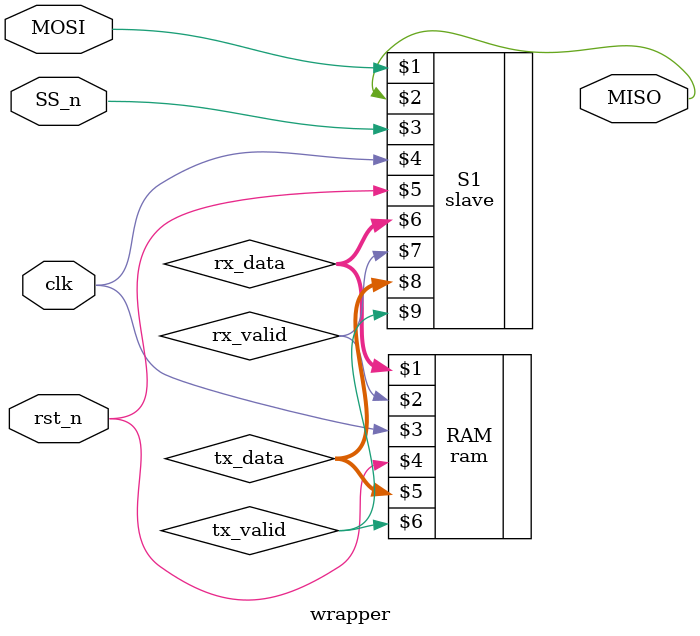
<source format=v>
module wrapper (
	
	MOSI,MISO,SS_n,clk,rst_n
	
);
	

	input MOSI,SS_n,clk,rst_n;
	output MISO ;

	wire [9:0]rx_data;
	wire rx_valid,tx_valid;
	wire [7:0]tx_data;

	slave S1(MOSI,MISO,SS_n,clk,rst_n,rx_data,rx_valid,tx_data,tx_valid);

	ram RAM(rx_data,rx_valid,clk,rst_n,tx_data,tx_valid);
endmodule : wrapper
</source>
